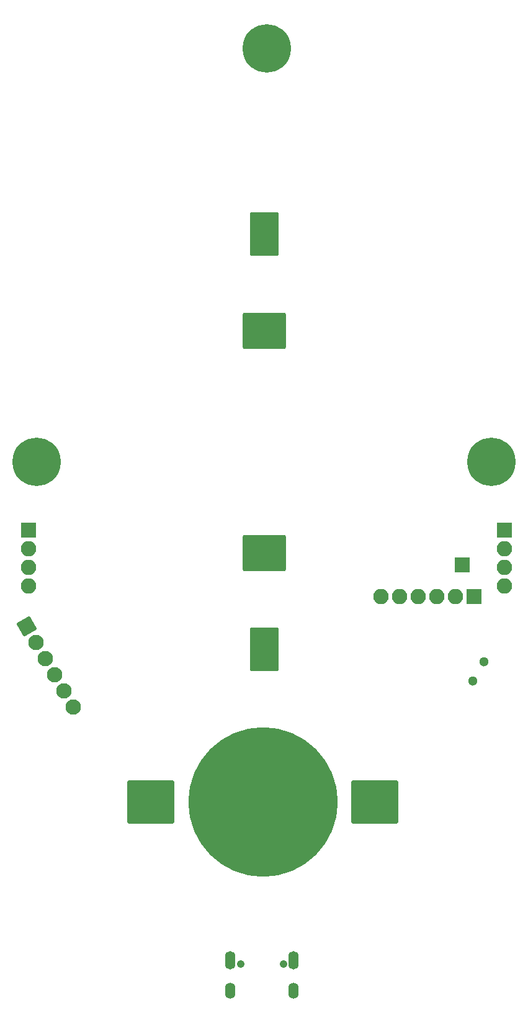
<source format=gbr>
%TF.GenerationSoftware,KiCad,Pcbnew,(6.99.0-1239-g6d82490b59-dirty)*%
%TF.CreationDate,2022-03-26T15:26:58-05:00*%
%TF.ProjectId,LayoutBottom,4c61796f-7574-4426-9f74-746f6d2e6b69,rev?*%
%TF.SameCoordinates,Original*%
%TF.FileFunction,Soldermask,Bot*%
%TF.FilePolarity,Negative*%
%FSLAX46Y46*%
G04 Gerber Fmt 4.6, Leading zero omitted, Abs format (unit mm)*
G04 Created by KiCad (PCBNEW (6.99.0-1239-g6d82490b59-dirty)) date 2022-03-26 15:26:58*
%MOMM*%
%LPD*%
G01*
G04 APERTURE LIST*
G04 Aperture macros list*
%AMRoundRect*
0 Rectangle with rounded corners*
0 $1 Rounding radius*
0 $2 $3 $4 $5 $6 $7 $8 $9 X,Y pos of 4 corners*
0 Add a 4 corners polygon primitive as box body*
4,1,4,$2,$3,$4,$5,$6,$7,$8,$9,$2,$3,0*
0 Add four circle primitives for the rounded corners*
1,1,$1+$1,$2,$3*
1,1,$1+$1,$4,$5*
1,1,$1+$1,$6,$7*
1,1,$1+$1,$8,$9*
0 Add four rect primitives between the rounded corners*
20,1,$1+$1,$2,$3,$4,$5,0*
20,1,$1+$1,$4,$5,$6,$7,0*
20,1,$1+$1,$6,$7,$8,$9,0*
20,1,$1+$1,$8,$9,$2,$3,0*%
%AMHorizOval*
0 Thick line with rounded ends*
0 $1 width*
0 $2 $3 position (X,Y) of the first rounded end (center of the circle)*
0 $4 $5 position (X,Y) of the second rounded end (center of the circle)*
0 Add line between two ends*
20,1,$1,$2,$3,$4,$5,0*
0 Add two circle primitives to create the rounded ends*
1,1,$1,$2,$3*
1,1,$1,$4,$5*%
G04 Aperture macros list end*
%ADD10RoundRect,0.200000X-0.850000X-0.850000X0.850000X-0.850000X0.850000X0.850000X-0.850000X0.850000X0*%
%ADD11O,2.100000X2.100000*%
%ADD12C,6.600000*%
%ADD13C,1.050000*%
%ADD14O,1.400000X2.500000*%
%ADD15O,1.400000X2.200000*%
%ADD16RoundRect,0.200000X-0.311122X-1.161122X1.161122X-0.311122X0.311122X1.161122X-1.161122X0.311122X0*%
%ADD17HorizOval,2.100000X0.000000X0.000000X0.000000X0.000000X0*%
%ADD18C,1.300000*%
%ADD19RoundRect,0.200000X-0.850000X0.850000X-0.850000X-0.850000X0.850000X-0.850000X0.850000X0.850000X0*%
%ADD20RoundRect,0.200000X-1.750000X2.750000X-1.750000X-2.750000X1.750000X-2.750000X1.750000X2.750000X0*%
%ADD21RoundRect,0.200000X-2.750000X2.250000X-2.750000X-2.250000X2.750000X-2.250000X2.750000X2.250000X0*%
%ADD22RoundRect,0.200000X-3.000000X-2.750000X3.000000X-2.750000X3.000000X2.750000X-3.000000X2.750000X0*%
%ADD23C,20.400000*%
%ADD24RoundRect,0.200000X0.850000X0.850000X-0.850000X0.850000X-0.850000X-0.850000X0.850000X-0.850000X0*%
G04 APERTURE END LIST*
D10*
%TO.C,J3*%
X174000000Y-104420000D03*
D11*
X173999999Y-106959999D03*
X173999999Y-109499999D03*
X173999999Y-112039999D03*
%TD*%
D12*
%TO.C,J6*%
X141500000Y-38750000D03*
%TD*%
%TO.C,J8*%
X172150000Y-95100000D03*
%TD*%
D13*
%TO.C,P1*%
X138010000Y-163600000D03*
X143790000Y-163600000D03*
D14*
X136579999Y-163099999D03*
D15*
X136579999Y-167249999D03*
D14*
X145219999Y-163099999D03*
D15*
X145219999Y-167249999D03*
%TD*%
D16*
%TO.C,J5*%
X108787500Y-117605660D03*
D17*
X110057499Y-119805364D03*
X111327499Y-122005068D03*
X112597499Y-124204773D03*
X113867499Y-126404477D03*
X115137499Y-128604182D03*
%TD*%
D18*
%TO.C,SW1*%
X171150000Y-122400962D03*
X169650000Y-124999038D03*
%TD*%
D10*
%TO.C,J2*%
X109000000Y-104420000D03*
D11*
X108999999Y-106959999D03*
X108999999Y-109499999D03*
X108999999Y-112039999D03*
%TD*%
D12*
%TO.C,J9*%
X110150000Y-95100000D03*
%TD*%
D19*
%TO.C,J1*%
X169850000Y-113500000D03*
D11*
X167309999Y-113499999D03*
X164769999Y-113499999D03*
X162229999Y-113499999D03*
X159689999Y-113499999D03*
X157149999Y-113499999D03*
%TD*%
D20*
%TO.C,BT1*%
X141200000Y-64100000D03*
D21*
X141225000Y-77275000D03*
X141225000Y-107575000D03*
D20*
X141200000Y-120700000D03*
%TD*%
D22*
%TO.C,BT2*%
X125700000Y-141500000D03*
X156300000Y-141500000D03*
D23*
X141000000Y-141500000D03*
%TD*%
D24*
%TO.C,J14*%
X168200000Y-109200000D03*
%TD*%
M02*

</source>
